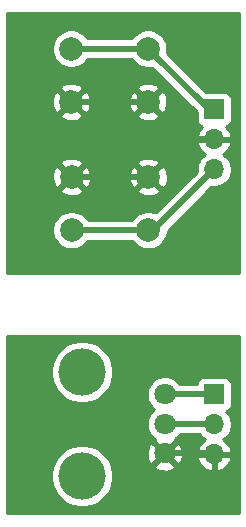
<source format=gbr>
G04 #@! TF.GenerationSoftware,KiCad,Pcbnew,(5.1.8)-1*
G04 #@! TF.CreationDate,2021-07-09T23:14:26+09:00*
G04 #@! TF.ProjectId,L3PSG6n9Side,4c335053-4736-46e3-9953-6964652e6b69,rev?*
G04 #@! TF.SameCoordinates,Original*
G04 #@! TF.FileFunction,Copper,L2,Bot*
G04 #@! TF.FilePolarity,Positive*
%FSLAX46Y46*%
G04 Gerber Fmt 4.6, Leading zero omitted, Abs format (unit mm)*
G04 Created by KiCad (PCBNEW (5.1.8)-1) date 2021-07-09 23:14:26*
%MOMM*%
%LPD*%
G01*
G04 APERTURE LIST*
G04 #@! TA.AperFunction,ComponentPad*
%ADD10C,2.000000*%
G04 #@! TD*
G04 #@! TA.AperFunction,ComponentPad*
%ADD11C,1.800000*%
G04 #@! TD*
G04 #@! TA.AperFunction,WasherPad*
%ADD12C,4.000000*%
G04 #@! TD*
G04 #@! TA.AperFunction,ComponentPad*
%ADD13R,1.700000X1.700000*%
G04 #@! TD*
G04 #@! TA.AperFunction,ComponentPad*
%ADD14O,1.700000X1.700000*%
G04 #@! TD*
G04 #@! TA.AperFunction,Conductor*
%ADD15C,0.500000*%
G04 #@! TD*
G04 #@! TA.AperFunction,Conductor*
%ADD16C,0.254000*%
G04 #@! TD*
G04 #@! TA.AperFunction,Conductor*
%ADD17C,0.100000*%
G04 #@! TD*
G04 APERTURE END LIST*
D10*
X70485000Y-87050000D03*
X70485000Y-82550000D03*
X76985000Y-87050000D03*
X76985000Y-82550000D03*
X76962000Y-71700000D03*
X76962000Y-76200000D03*
X70462000Y-71700000D03*
X70462000Y-76200000D03*
D11*
X78374000Y-105965000D03*
X78374000Y-103465000D03*
X78374000Y-100965000D03*
D12*
X71374000Y-107865000D03*
X71374000Y-99065000D03*
D13*
X82550000Y-100965000D03*
D14*
X82550000Y-103505000D03*
X82550000Y-106045000D03*
D13*
X82550000Y-76835000D03*
D14*
X82550000Y-79375000D03*
X82550000Y-81915000D03*
D15*
X70462000Y-71700000D02*
X76962000Y-71700000D01*
X82097000Y-76835000D02*
X82550000Y-76835000D01*
X76962000Y-71700000D02*
X82097000Y-76835000D01*
X70485000Y-82550000D02*
X76985000Y-82550000D01*
X70462000Y-76200000D02*
X76962000Y-76200000D01*
X80137000Y-79375000D02*
X82550000Y-79375000D01*
X76962000Y-76200000D02*
X80137000Y-79375000D01*
X80137000Y-79398000D02*
X80137000Y-79375000D01*
X76985000Y-82550000D02*
X80137000Y-79398000D01*
X77415000Y-87050000D02*
X76985000Y-87050000D01*
X82550000Y-81915000D02*
X77415000Y-87050000D01*
X70485000Y-87050000D02*
X76985000Y-87050000D01*
X78105000Y-100965000D02*
X82550000Y-100965000D01*
X82510000Y-103465000D02*
X82550000Y-103505000D01*
X78105000Y-103465000D02*
X82510000Y-103465000D01*
X82470000Y-105965000D02*
X82550000Y-106045000D01*
X78105000Y-105965000D02*
X82470000Y-105965000D01*
D16*
X84684001Y-90678000D02*
X65049000Y-90678000D01*
X65049000Y-86888967D01*
X68850000Y-86888967D01*
X68850000Y-87211033D01*
X68912832Y-87526912D01*
X69036082Y-87824463D01*
X69215013Y-88092252D01*
X69442748Y-88319987D01*
X69710537Y-88498918D01*
X70008088Y-88622168D01*
X70323967Y-88685000D01*
X70646033Y-88685000D01*
X70961912Y-88622168D01*
X71259463Y-88498918D01*
X71527252Y-88319987D01*
X71754987Y-88092252D01*
X71860059Y-87935000D01*
X75609941Y-87935000D01*
X75715013Y-88092252D01*
X75942748Y-88319987D01*
X76210537Y-88498918D01*
X76508088Y-88622168D01*
X76823967Y-88685000D01*
X77146033Y-88685000D01*
X77461912Y-88622168D01*
X77759463Y-88498918D01*
X78027252Y-88319987D01*
X78254987Y-88092252D01*
X78433918Y-87824463D01*
X78557168Y-87526912D01*
X78620000Y-87211033D01*
X78620000Y-87096578D01*
X82331040Y-83385539D01*
X82403740Y-83400000D01*
X82696260Y-83400000D01*
X82983158Y-83342932D01*
X83253411Y-83230990D01*
X83496632Y-83068475D01*
X83703475Y-82861632D01*
X83865990Y-82618411D01*
X83977932Y-82348158D01*
X84035000Y-82061260D01*
X84035000Y-81768740D01*
X83977932Y-81481842D01*
X83865990Y-81211589D01*
X83703475Y-80968368D01*
X83496632Y-80761525D01*
X83314466Y-80639805D01*
X83431355Y-80570178D01*
X83647588Y-80375269D01*
X83821641Y-80141920D01*
X83946825Y-79879099D01*
X83991476Y-79731890D01*
X83870155Y-79502000D01*
X82677000Y-79502000D01*
X82677000Y-79522000D01*
X82423000Y-79522000D01*
X82423000Y-79502000D01*
X81229845Y-79502000D01*
X81108524Y-79731890D01*
X81153175Y-79879099D01*
X81278359Y-80141920D01*
X81452412Y-80375269D01*
X81668645Y-80570178D01*
X81785534Y-80639805D01*
X81603368Y-80761525D01*
X81396525Y-80968368D01*
X81234010Y-81211589D01*
X81122068Y-81481842D01*
X81065000Y-81768740D01*
X81065000Y-82061260D01*
X81079461Y-82133960D01*
X77655431Y-85557991D01*
X77461912Y-85477832D01*
X77146033Y-85415000D01*
X76823967Y-85415000D01*
X76508088Y-85477832D01*
X76210537Y-85601082D01*
X75942748Y-85780013D01*
X75715013Y-86007748D01*
X75609941Y-86165000D01*
X71860059Y-86165000D01*
X71754987Y-86007748D01*
X71527252Y-85780013D01*
X71259463Y-85601082D01*
X70961912Y-85477832D01*
X70646033Y-85415000D01*
X70323967Y-85415000D01*
X70008088Y-85477832D01*
X69710537Y-85601082D01*
X69442748Y-85780013D01*
X69215013Y-86007748D01*
X69036082Y-86275537D01*
X68912832Y-86573088D01*
X68850000Y-86888967D01*
X65049000Y-86888967D01*
X65049000Y-83685413D01*
X69529192Y-83685413D01*
X69624956Y-83949814D01*
X69914571Y-84090704D01*
X70226108Y-84172384D01*
X70547595Y-84191718D01*
X70866675Y-84147961D01*
X71171088Y-84042795D01*
X71345044Y-83949814D01*
X71440808Y-83685413D01*
X76029192Y-83685413D01*
X76124956Y-83949814D01*
X76414571Y-84090704D01*
X76726108Y-84172384D01*
X77047595Y-84191718D01*
X77366675Y-84147961D01*
X77671088Y-84042795D01*
X77845044Y-83949814D01*
X77940808Y-83685413D01*
X76985000Y-82729605D01*
X76029192Y-83685413D01*
X71440808Y-83685413D01*
X70485000Y-82729605D01*
X69529192Y-83685413D01*
X65049000Y-83685413D01*
X65049000Y-82612595D01*
X68843282Y-82612595D01*
X68887039Y-82931675D01*
X68992205Y-83236088D01*
X69085186Y-83410044D01*
X69349587Y-83505808D01*
X70305395Y-82550000D01*
X70664605Y-82550000D01*
X71620413Y-83505808D01*
X71884814Y-83410044D01*
X72025704Y-83120429D01*
X72107384Y-82808892D01*
X72119189Y-82612595D01*
X75343282Y-82612595D01*
X75387039Y-82931675D01*
X75492205Y-83236088D01*
X75585186Y-83410044D01*
X75849587Y-83505808D01*
X76805395Y-82550000D01*
X77164605Y-82550000D01*
X78120413Y-83505808D01*
X78384814Y-83410044D01*
X78525704Y-83120429D01*
X78607384Y-82808892D01*
X78626718Y-82487405D01*
X78582961Y-82168325D01*
X78477795Y-81863912D01*
X78384814Y-81689956D01*
X78120413Y-81594192D01*
X77164605Y-82550000D01*
X76805395Y-82550000D01*
X75849587Y-81594192D01*
X75585186Y-81689956D01*
X75444296Y-81979571D01*
X75362616Y-82291108D01*
X75343282Y-82612595D01*
X72119189Y-82612595D01*
X72126718Y-82487405D01*
X72082961Y-82168325D01*
X71977795Y-81863912D01*
X71884814Y-81689956D01*
X71620413Y-81594192D01*
X70664605Y-82550000D01*
X70305395Y-82550000D01*
X69349587Y-81594192D01*
X69085186Y-81689956D01*
X68944296Y-81979571D01*
X68862616Y-82291108D01*
X68843282Y-82612595D01*
X65049000Y-82612595D01*
X65049000Y-81414587D01*
X69529192Y-81414587D01*
X70485000Y-82370395D01*
X71440808Y-81414587D01*
X76029192Y-81414587D01*
X76985000Y-82370395D01*
X77940808Y-81414587D01*
X77845044Y-81150186D01*
X77555429Y-81009296D01*
X77243892Y-80927616D01*
X76922405Y-80908282D01*
X76603325Y-80952039D01*
X76298912Y-81057205D01*
X76124956Y-81150186D01*
X76029192Y-81414587D01*
X71440808Y-81414587D01*
X71345044Y-81150186D01*
X71055429Y-81009296D01*
X70743892Y-80927616D01*
X70422405Y-80908282D01*
X70103325Y-80952039D01*
X69798912Y-81057205D01*
X69624956Y-81150186D01*
X69529192Y-81414587D01*
X65049000Y-81414587D01*
X65049000Y-77335413D01*
X69506192Y-77335413D01*
X69601956Y-77599814D01*
X69891571Y-77740704D01*
X70203108Y-77822384D01*
X70524595Y-77841718D01*
X70843675Y-77797961D01*
X71148088Y-77692795D01*
X71322044Y-77599814D01*
X71417808Y-77335413D01*
X76006192Y-77335413D01*
X76101956Y-77599814D01*
X76391571Y-77740704D01*
X76703108Y-77822384D01*
X77024595Y-77841718D01*
X77343675Y-77797961D01*
X77648088Y-77692795D01*
X77822044Y-77599814D01*
X77917808Y-77335413D01*
X76962000Y-76379605D01*
X76006192Y-77335413D01*
X71417808Y-77335413D01*
X70462000Y-76379605D01*
X69506192Y-77335413D01*
X65049000Y-77335413D01*
X65049000Y-76262595D01*
X68820282Y-76262595D01*
X68864039Y-76581675D01*
X68969205Y-76886088D01*
X69062186Y-77060044D01*
X69326587Y-77155808D01*
X70282395Y-76200000D01*
X70641605Y-76200000D01*
X71597413Y-77155808D01*
X71861814Y-77060044D01*
X72002704Y-76770429D01*
X72084384Y-76458892D01*
X72096189Y-76262595D01*
X75320282Y-76262595D01*
X75364039Y-76581675D01*
X75469205Y-76886088D01*
X75562186Y-77060044D01*
X75826587Y-77155808D01*
X76782395Y-76200000D01*
X77141605Y-76200000D01*
X78097413Y-77155808D01*
X78361814Y-77060044D01*
X78502704Y-76770429D01*
X78584384Y-76458892D01*
X78603718Y-76137405D01*
X78559961Y-75818325D01*
X78454795Y-75513912D01*
X78361814Y-75339956D01*
X78097413Y-75244192D01*
X77141605Y-76200000D01*
X76782395Y-76200000D01*
X75826587Y-75244192D01*
X75562186Y-75339956D01*
X75421296Y-75629571D01*
X75339616Y-75941108D01*
X75320282Y-76262595D01*
X72096189Y-76262595D01*
X72103718Y-76137405D01*
X72059961Y-75818325D01*
X71954795Y-75513912D01*
X71861814Y-75339956D01*
X71597413Y-75244192D01*
X70641605Y-76200000D01*
X70282395Y-76200000D01*
X69326587Y-75244192D01*
X69062186Y-75339956D01*
X68921296Y-75629571D01*
X68839616Y-75941108D01*
X68820282Y-76262595D01*
X65049000Y-76262595D01*
X65049000Y-75064587D01*
X69506192Y-75064587D01*
X70462000Y-76020395D01*
X71417808Y-75064587D01*
X76006192Y-75064587D01*
X76962000Y-76020395D01*
X77917808Y-75064587D01*
X77822044Y-74800186D01*
X77532429Y-74659296D01*
X77220892Y-74577616D01*
X76899405Y-74558282D01*
X76580325Y-74602039D01*
X76275912Y-74707205D01*
X76101956Y-74800186D01*
X76006192Y-75064587D01*
X71417808Y-75064587D01*
X71322044Y-74800186D01*
X71032429Y-74659296D01*
X70720892Y-74577616D01*
X70399405Y-74558282D01*
X70080325Y-74602039D01*
X69775912Y-74707205D01*
X69601956Y-74800186D01*
X69506192Y-75064587D01*
X65049000Y-75064587D01*
X65049000Y-71538967D01*
X68827000Y-71538967D01*
X68827000Y-71861033D01*
X68889832Y-72176912D01*
X69013082Y-72474463D01*
X69192013Y-72742252D01*
X69419748Y-72969987D01*
X69687537Y-73148918D01*
X69985088Y-73272168D01*
X70300967Y-73335000D01*
X70623033Y-73335000D01*
X70938912Y-73272168D01*
X71236463Y-73148918D01*
X71504252Y-72969987D01*
X71731987Y-72742252D01*
X71837059Y-72585000D01*
X75586941Y-72585000D01*
X75692013Y-72742252D01*
X75919748Y-72969987D01*
X76187537Y-73148918D01*
X76485088Y-73272168D01*
X76800967Y-73335000D01*
X77123033Y-73335000D01*
X77308525Y-73298103D01*
X81061928Y-77051507D01*
X81061928Y-77685000D01*
X81074188Y-77809482D01*
X81110498Y-77929180D01*
X81169463Y-78039494D01*
X81248815Y-78136185D01*
X81345506Y-78215537D01*
X81455820Y-78274502D01*
X81536466Y-78298966D01*
X81452412Y-78374731D01*
X81278359Y-78608080D01*
X81153175Y-78870901D01*
X81108524Y-79018110D01*
X81229845Y-79248000D01*
X82423000Y-79248000D01*
X82423000Y-79228000D01*
X82677000Y-79228000D01*
X82677000Y-79248000D01*
X83870155Y-79248000D01*
X83991476Y-79018110D01*
X83946825Y-78870901D01*
X83821641Y-78608080D01*
X83647588Y-78374731D01*
X83563534Y-78298966D01*
X83644180Y-78274502D01*
X83754494Y-78215537D01*
X83851185Y-78136185D01*
X83930537Y-78039494D01*
X83989502Y-77929180D01*
X84025812Y-77809482D01*
X84038072Y-77685000D01*
X84038072Y-75985000D01*
X84025812Y-75860518D01*
X83989502Y-75740820D01*
X83930537Y-75630506D01*
X83851185Y-75533815D01*
X83754494Y-75454463D01*
X83644180Y-75395498D01*
X83524482Y-75359188D01*
X83400000Y-75346928D01*
X81860507Y-75346928D01*
X78560103Y-72046525D01*
X78597000Y-71861033D01*
X78597000Y-71538967D01*
X78534168Y-71223088D01*
X78410918Y-70925537D01*
X78231987Y-70657748D01*
X78004252Y-70430013D01*
X77736463Y-70251082D01*
X77438912Y-70127832D01*
X77123033Y-70065000D01*
X76800967Y-70065000D01*
X76485088Y-70127832D01*
X76187537Y-70251082D01*
X75919748Y-70430013D01*
X75692013Y-70657748D01*
X75586941Y-70815000D01*
X71837059Y-70815000D01*
X71731987Y-70657748D01*
X71504252Y-70430013D01*
X71236463Y-70251082D01*
X70938912Y-70127832D01*
X70623033Y-70065000D01*
X70300967Y-70065000D01*
X69985088Y-70127832D01*
X69687537Y-70251082D01*
X69419748Y-70430013D01*
X69192013Y-70657748D01*
X69013082Y-70925537D01*
X68889832Y-71223088D01*
X68827000Y-71538967D01*
X65049000Y-71538967D01*
X65049000Y-68707000D01*
X84684001Y-68707000D01*
X84684001Y-90678000D01*
G04 #@! TA.AperFunction,Conductor*
D17*
G36*
X84684001Y-90678000D02*
G01*
X65049000Y-90678000D01*
X65049000Y-86888967D01*
X68850000Y-86888967D01*
X68850000Y-87211033D01*
X68912832Y-87526912D01*
X69036082Y-87824463D01*
X69215013Y-88092252D01*
X69442748Y-88319987D01*
X69710537Y-88498918D01*
X70008088Y-88622168D01*
X70323967Y-88685000D01*
X70646033Y-88685000D01*
X70961912Y-88622168D01*
X71259463Y-88498918D01*
X71527252Y-88319987D01*
X71754987Y-88092252D01*
X71860059Y-87935000D01*
X75609941Y-87935000D01*
X75715013Y-88092252D01*
X75942748Y-88319987D01*
X76210537Y-88498918D01*
X76508088Y-88622168D01*
X76823967Y-88685000D01*
X77146033Y-88685000D01*
X77461912Y-88622168D01*
X77759463Y-88498918D01*
X78027252Y-88319987D01*
X78254987Y-88092252D01*
X78433918Y-87824463D01*
X78557168Y-87526912D01*
X78620000Y-87211033D01*
X78620000Y-87096578D01*
X82331040Y-83385539D01*
X82403740Y-83400000D01*
X82696260Y-83400000D01*
X82983158Y-83342932D01*
X83253411Y-83230990D01*
X83496632Y-83068475D01*
X83703475Y-82861632D01*
X83865990Y-82618411D01*
X83977932Y-82348158D01*
X84035000Y-82061260D01*
X84035000Y-81768740D01*
X83977932Y-81481842D01*
X83865990Y-81211589D01*
X83703475Y-80968368D01*
X83496632Y-80761525D01*
X83314466Y-80639805D01*
X83431355Y-80570178D01*
X83647588Y-80375269D01*
X83821641Y-80141920D01*
X83946825Y-79879099D01*
X83991476Y-79731890D01*
X83870155Y-79502000D01*
X82677000Y-79502000D01*
X82677000Y-79522000D01*
X82423000Y-79522000D01*
X82423000Y-79502000D01*
X81229845Y-79502000D01*
X81108524Y-79731890D01*
X81153175Y-79879099D01*
X81278359Y-80141920D01*
X81452412Y-80375269D01*
X81668645Y-80570178D01*
X81785534Y-80639805D01*
X81603368Y-80761525D01*
X81396525Y-80968368D01*
X81234010Y-81211589D01*
X81122068Y-81481842D01*
X81065000Y-81768740D01*
X81065000Y-82061260D01*
X81079461Y-82133960D01*
X77655431Y-85557991D01*
X77461912Y-85477832D01*
X77146033Y-85415000D01*
X76823967Y-85415000D01*
X76508088Y-85477832D01*
X76210537Y-85601082D01*
X75942748Y-85780013D01*
X75715013Y-86007748D01*
X75609941Y-86165000D01*
X71860059Y-86165000D01*
X71754987Y-86007748D01*
X71527252Y-85780013D01*
X71259463Y-85601082D01*
X70961912Y-85477832D01*
X70646033Y-85415000D01*
X70323967Y-85415000D01*
X70008088Y-85477832D01*
X69710537Y-85601082D01*
X69442748Y-85780013D01*
X69215013Y-86007748D01*
X69036082Y-86275537D01*
X68912832Y-86573088D01*
X68850000Y-86888967D01*
X65049000Y-86888967D01*
X65049000Y-83685413D01*
X69529192Y-83685413D01*
X69624956Y-83949814D01*
X69914571Y-84090704D01*
X70226108Y-84172384D01*
X70547595Y-84191718D01*
X70866675Y-84147961D01*
X71171088Y-84042795D01*
X71345044Y-83949814D01*
X71440808Y-83685413D01*
X76029192Y-83685413D01*
X76124956Y-83949814D01*
X76414571Y-84090704D01*
X76726108Y-84172384D01*
X77047595Y-84191718D01*
X77366675Y-84147961D01*
X77671088Y-84042795D01*
X77845044Y-83949814D01*
X77940808Y-83685413D01*
X76985000Y-82729605D01*
X76029192Y-83685413D01*
X71440808Y-83685413D01*
X70485000Y-82729605D01*
X69529192Y-83685413D01*
X65049000Y-83685413D01*
X65049000Y-82612595D01*
X68843282Y-82612595D01*
X68887039Y-82931675D01*
X68992205Y-83236088D01*
X69085186Y-83410044D01*
X69349587Y-83505808D01*
X70305395Y-82550000D01*
X70664605Y-82550000D01*
X71620413Y-83505808D01*
X71884814Y-83410044D01*
X72025704Y-83120429D01*
X72107384Y-82808892D01*
X72119189Y-82612595D01*
X75343282Y-82612595D01*
X75387039Y-82931675D01*
X75492205Y-83236088D01*
X75585186Y-83410044D01*
X75849587Y-83505808D01*
X76805395Y-82550000D01*
X77164605Y-82550000D01*
X78120413Y-83505808D01*
X78384814Y-83410044D01*
X78525704Y-83120429D01*
X78607384Y-82808892D01*
X78626718Y-82487405D01*
X78582961Y-82168325D01*
X78477795Y-81863912D01*
X78384814Y-81689956D01*
X78120413Y-81594192D01*
X77164605Y-82550000D01*
X76805395Y-82550000D01*
X75849587Y-81594192D01*
X75585186Y-81689956D01*
X75444296Y-81979571D01*
X75362616Y-82291108D01*
X75343282Y-82612595D01*
X72119189Y-82612595D01*
X72126718Y-82487405D01*
X72082961Y-82168325D01*
X71977795Y-81863912D01*
X71884814Y-81689956D01*
X71620413Y-81594192D01*
X70664605Y-82550000D01*
X70305395Y-82550000D01*
X69349587Y-81594192D01*
X69085186Y-81689956D01*
X68944296Y-81979571D01*
X68862616Y-82291108D01*
X68843282Y-82612595D01*
X65049000Y-82612595D01*
X65049000Y-81414587D01*
X69529192Y-81414587D01*
X70485000Y-82370395D01*
X71440808Y-81414587D01*
X76029192Y-81414587D01*
X76985000Y-82370395D01*
X77940808Y-81414587D01*
X77845044Y-81150186D01*
X77555429Y-81009296D01*
X77243892Y-80927616D01*
X76922405Y-80908282D01*
X76603325Y-80952039D01*
X76298912Y-81057205D01*
X76124956Y-81150186D01*
X76029192Y-81414587D01*
X71440808Y-81414587D01*
X71345044Y-81150186D01*
X71055429Y-81009296D01*
X70743892Y-80927616D01*
X70422405Y-80908282D01*
X70103325Y-80952039D01*
X69798912Y-81057205D01*
X69624956Y-81150186D01*
X69529192Y-81414587D01*
X65049000Y-81414587D01*
X65049000Y-77335413D01*
X69506192Y-77335413D01*
X69601956Y-77599814D01*
X69891571Y-77740704D01*
X70203108Y-77822384D01*
X70524595Y-77841718D01*
X70843675Y-77797961D01*
X71148088Y-77692795D01*
X71322044Y-77599814D01*
X71417808Y-77335413D01*
X76006192Y-77335413D01*
X76101956Y-77599814D01*
X76391571Y-77740704D01*
X76703108Y-77822384D01*
X77024595Y-77841718D01*
X77343675Y-77797961D01*
X77648088Y-77692795D01*
X77822044Y-77599814D01*
X77917808Y-77335413D01*
X76962000Y-76379605D01*
X76006192Y-77335413D01*
X71417808Y-77335413D01*
X70462000Y-76379605D01*
X69506192Y-77335413D01*
X65049000Y-77335413D01*
X65049000Y-76262595D01*
X68820282Y-76262595D01*
X68864039Y-76581675D01*
X68969205Y-76886088D01*
X69062186Y-77060044D01*
X69326587Y-77155808D01*
X70282395Y-76200000D01*
X70641605Y-76200000D01*
X71597413Y-77155808D01*
X71861814Y-77060044D01*
X72002704Y-76770429D01*
X72084384Y-76458892D01*
X72096189Y-76262595D01*
X75320282Y-76262595D01*
X75364039Y-76581675D01*
X75469205Y-76886088D01*
X75562186Y-77060044D01*
X75826587Y-77155808D01*
X76782395Y-76200000D01*
X77141605Y-76200000D01*
X78097413Y-77155808D01*
X78361814Y-77060044D01*
X78502704Y-76770429D01*
X78584384Y-76458892D01*
X78603718Y-76137405D01*
X78559961Y-75818325D01*
X78454795Y-75513912D01*
X78361814Y-75339956D01*
X78097413Y-75244192D01*
X77141605Y-76200000D01*
X76782395Y-76200000D01*
X75826587Y-75244192D01*
X75562186Y-75339956D01*
X75421296Y-75629571D01*
X75339616Y-75941108D01*
X75320282Y-76262595D01*
X72096189Y-76262595D01*
X72103718Y-76137405D01*
X72059961Y-75818325D01*
X71954795Y-75513912D01*
X71861814Y-75339956D01*
X71597413Y-75244192D01*
X70641605Y-76200000D01*
X70282395Y-76200000D01*
X69326587Y-75244192D01*
X69062186Y-75339956D01*
X68921296Y-75629571D01*
X68839616Y-75941108D01*
X68820282Y-76262595D01*
X65049000Y-76262595D01*
X65049000Y-75064587D01*
X69506192Y-75064587D01*
X70462000Y-76020395D01*
X71417808Y-75064587D01*
X76006192Y-75064587D01*
X76962000Y-76020395D01*
X77917808Y-75064587D01*
X77822044Y-74800186D01*
X77532429Y-74659296D01*
X77220892Y-74577616D01*
X76899405Y-74558282D01*
X76580325Y-74602039D01*
X76275912Y-74707205D01*
X76101956Y-74800186D01*
X76006192Y-75064587D01*
X71417808Y-75064587D01*
X71322044Y-74800186D01*
X71032429Y-74659296D01*
X70720892Y-74577616D01*
X70399405Y-74558282D01*
X70080325Y-74602039D01*
X69775912Y-74707205D01*
X69601956Y-74800186D01*
X69506192Y-75064587D01*
X65049000Y-75064587D01*
X65049000Y-71538967D01*
X68827000Y-71538967D01*
X68827000Y-71861033D01*
X68889832Y-72176912D01*
X69013082Y-72474463D01*
X69192013Y-72742252D01*
X69419748Y-72969987D01*
X69687537Y-73148918D01*
X69985088Y-73272168D01*
X70300967Y-73335000D01*
X70623033Y-73335000D01*
X70938912Y-73272168D01*
X71236463Y-73148918D01*
X71504252Y-72969987D01*
X71731987Y-72742252D01*
X71837059Y-72585000D01*
X75586941Y-72585000D01*
X75692013Y-72742252D01*
X75919748Y-72969987D01*
X76187537Y-73148918D01*
X76485088Y-73272168D01*
X76800967Y-73335000D01*
X77123033Y-73335000D01*
X77308525Y-73298103D01*
X81061928Y-77051507D01*
X81061928Y-77685000D01*
X81074188Y-77809482D01*
X81110498Y-77929180D01*
X81169463Y-78039494D01*
X81248815Y-78136185D01*
X81345506Y-78215537D01*
X81455820Y-78274502D01*
X81536466Y-78298966D01*
X81452412Y-78374731D01*
X81278359Y-78608080D01*
X81153175Y-78870901D01*
X81108524Y-79018110D01*
X81229845Y-79248000D01*
X82423000Y-79248000D01*
X82423000Y-79228000D01*
X82677000Y-79228000D01*
X82677000Y-79248000D01*
X83870155Y-79248000D01*
X83991476Y-79018110D01*
X83946825Y-78870901D01*
X83821641Y-78608080D01*
X83647588Y-78374731D01*
X83563534Y-78298966D01*
X83644180Y-78274502D01*
X83754494Y-78215537D01*
X83851185Y-78136185D01*
X83930537Y-78039494D01*
X83989502Y-77929180D01*
X84025812Y-77809482D01*
X84038072Y-77685000D01*
X84038072Y-75985000D01*
X84025812Y-75860518D01*
X83989502Y-75740820D01*
X83930537Y-75630506D01*
X83851185Y-75533815D01*
X83754494Y-75454463D01*
X83644180Y-75395498D01*
X83524482Y-75359188D01*
X83400000Y-75346928D01*
X81860507Y-75346928D01*
X78560103Y-72046525D01*
X78597000Y-71861033D01*
X78597000Y-71538967D01*
X78534168Y-71223088D01*
X78410918Y-70925537D01*
X78231987Y-70657748D01*
X78004252Y-70430013D01*
X77736463Y-70251082D01*
X77438912Y-70127832D01*
X77123033Y-70065000D01*
X76800967Y-70065000D01*
X76485088Y-70127832D01*
X76187537Y-70251082D01*
X75919748Y-70430013D01*
X75692013Y-70657748D01*
X75586941Y-70815000D01*
X71837059Y-70815000D01*
X71731987Y-70657748D01*
X71504252Y-70430013D01*
X71236463Y-70251082D01*
X70938912Y-70127832D01*
X70623033Y-70065000D01*
X70300967Y-70065000D01*
X69985088Y-70127832D01*
X69687537Y-70251082D01*
X69419748Y-70430013D01*
X69192013Y-70657748D01*
X69013082Y-70925537D01*
X68889832Y-71223088D01*
X68827000Y-71538967D01*
X65049000Y-71538967D01*
X65049000Y-68707000D01*
X84684001Y-68707000D01*
X84684001Y-90678000D01*
G37*
G04 #@! TD.AperFunction*
D16*
X84684000Y-110998000D02*
X65049000Y-110998000D01*
X65049000Y-107605475D01*
X68739000Y-107605475D01*
X68739000Y-108124525D01*
X68840261Y-108633601D01*
X69038893Y-109113141D01*
X69327262Y-109544715D01*
X69694285Y-109911738D01*
X70125859Y-110200107D01*
X70605399Y-110398739D01*
X71114475Y-110500000D01*
X71633525Y-110500000D01*
X72142601Y-110398739D01*
X72622141Y-110200107D01*
X73053715Y-109911738D01*
X73420738Y-109544715D01*
X73709107Y-109113141D01*
X73907739Y-108633601D01*
X74009000Y-108124525D01*
X74009000Y-107605475D01*
X73907739Y-107096399D01*
X73879855Y-107029080D01*
X77489525Y-107029080D01*
X77573208Y-107283261D01*
X77845775Y-107414158D01*
X78138642Y-107489365D01*
X78440553Y-107505991D01*
X78739907Y-107463397D01*
X79025199Y-107363222D01*
X79174792Y-107283261D01*
X79258475Y-107029080D01*
X78374000Y-106144605D01*
X77489525Y-107029080D01*
X73879855Y-107029080D01*
X73709107Y-106616859D01*
X73420738Y-106185285D01*
X73267006Y-106031553D01*
X76833009Y-106031553D01*
X76875603Y-106330907D01*
X76975778Y-106616199D01*
X77055739Y-106765792D01*
X77309920Y-106849475D01*
X78194395Y-105965000D01*
X78553605Y-105965000D01*
X79438080Y-106849475D01*
X79692261Y-106765792D01*
X79823158Y-106493225D01*
X79846612Y-106401890D01*
X81108524Y-106401890D01*
X81153175Y-106549099D01*
X81278359Y-106811920D01*
X81452412Y-107045269D01*
X81668645Y-107240178D01*
X81918748Y-107389157D01*
X82193109Y-107486481D01*
X82423000Y-107365814D01*
X82423000Y-106172000D01*
X82677000Y-106172000D01*
X82677000Y-107365814D01*
X82906891Y-107486481D01*
X83181252Y-107389157D01*
X83431355Y-107240178D01*
X83647588Y-107045269D01*
X83821641Y-106811920D01*
X83946825Y-106549099D01*
X83991476Y-106401890D01*
X83870155Y-106172000D01*
X82677000Y-106172000D01*
X82423000Y-106172000D01*
X81229845Y-106172000D01*
X81108524Y-106401890D01*
X79846612Y-106401890D01*
X79898365Y-106200358D01*
X79914991Y-105898447D01*
X79872397Y-105599093D01*
X79772222Y-105313801D01*
X79692261Y-105164208D01*
X79438080Y-105080525D01*
X78553605Y-105965000D01*
X78194395Y-105965000D01*
X77309920Y-105080525D01*
X77055739Y-105164208D01*
X76924842Y-105436775D01*
X76849635Y-105729642D01*
X76833009Y-106031553D01*
X73267006Y-106031553D01*
X73053715Y-105818262D01*
X72622141Y-105529893D01*
X72142601Y-105331261D01*
X71633525Y-105230000D01*
X71114475Y-105230000D01*
X70605399Y-105331261D01*
X70125859Y-105529893D01*
X69694285Y-105818262D01*
X69327262Y-106185285D01*
X69038893Y-106616859D01*
X68840261Y-107096399D01*
X68739000Y-107605475D01*
X65049000Y-107605475D01*
X65049000Y-98805475D01*
X68739000Y-98805475D01*
X68739000Y-99324525D01*
X68840261Y-99833601D01*
X69038893Y-100313141D01*
X69327262Y-100744715D01*
X69694285Y-101111738D01*
X70125859Y-101400107D01*
X70605399Y-101598739D01*
X71114475Y-101700000D01*
X71633525Y-101700000D01*
X72142601Y-101598739D01*
X72622141Y-101400107D01*
X73053715Y-101111738D01*
X73351637Y-100813816D01*
X76839000Y-100813816D01*
X76839000Y-101116184D01*
X76897989Y-101412743D01*
X77013701Y-101692095D01*
X77181688Y-101943505D01*
X77395495Y-102157312D01*
X77481831Y-102215000D01*
X77395495Y-102272688D01*
X77181688Y-102486495D01*
X77013701Y-102737905D01*
X76897989Y-103017257D01*
X76839000Y-103313816D01*
X76839000Y-103616184D01*
X76897989Y-103912743D01*
X77013701Y-104192095D01*
X77181688Y-104443505D01*
X77395495Y-104657312D01*
X77538310Y-104752738D01*
X77489525Y-104900920D01*
X78374000Y-105785395D01*
X79258475Y-104900920D01*
X79209690Y-104752738D01*
X79352505Y-104657312D01*
X79566312Y-104443505D01*
X79628790Y-104350000D01*
X81328617Y-104350000D01*
X81396525Y-104451632D01*
X81603368Y-104658475D01*
X81785534Y-104780195D01*
X81668645Y-104849822D01*
X81452412Y-105044731D01*
X81278359Y-105278080D01*
X81153175Y-105540901D01*
X81108524Y-105688110D01*
X81229845Y-105918000D01*
X82423000Y-105918000D01*
X82423000Y-105898000D01*
X82677000Y-105898000D01*
X82677000Y-105918000D01*
X83870155Y-105918000D01*
X83991476Y-105688110D01*
X83946825Y-105540901D01*
X83821641Y-105278080D01*
X83647588Y-105044731D01*
X83431355Y-104849822D01*
X83314466Y-104780195D01*
X83496632Y-104658475D01*
X83703475Y-104451632D01*
X83865990Y-104208411D01*
X83977932Y-103938158D01*
X84035000Y-103651260D01*
X84035000Y-103358740D01*
X83977932Y-103071842D01*
X83865990Y-102801589D01*
X83703475Y-102558368D01*
X83571620Y-102426513D01*
X83644180Y-102404502D01*
X83754494Y-102345537D01*
X83851185Y-102266185D01*
X83930537Y-102169494D01*
X83989502Y-102059180D01*
X84025812Y-101939482D01*
X84038072Y-101815000D01*
X84038072Y-100115000D01*
X84025812Y-99990518D01*
X83989502Y-99870820D01*
X83930537Y-99760506D01*
X83851185Y-99663815D01*
X83754494Y-99584463D01*
X83644180Y-99525498D01*
X83524482Y-99489188D01*
X83400000Y-99476928D01*
X81700000Y-99476928D01*
X81575518Y-99489188D01*
X81455820Y-99525498D01*
X81345506Y-99584463D01*
X81248815Y-99663815D01*
X81169463Y-99760506D01*
X81110498Y-99870820D01*
X81074188Y-99990518D01*
X81065375Y-100080000D01*
X79628790Y-100080000D01*
X79566312Y-99986495D01*
X79352505Y-99772688D01*
X79101095Y-99604701D01*
X78821743Y-99488989D01*
X78525184Y-99430000D01*
X78222816Y-99430000D01*
X77926257Y-99488989D01*
X77646905Y-99604701D01*
X77395495Y-99772688D01*
X77181688Y-99986495D01*
X77013701Y-100237905D01*
X76897989Y-100517257D01*
X76839000Y-100813816D01*
X73351637Y-100813816D01*
X73420738Y-100744715D01*
X73709107Y-100313141D01*
X73907739Y-99833601D01*
X74009000Y-99324525D01*
X74009000Y-98805475D01*
X73907739Y-98296399D01*
X73709107Y-97816859D01*
X73420738Y-97385285D01*
X73053715Y-97018262D01*
X72622141Y-96729893D01*
X72142601Y-96531261D01*
X71633525Y-96430000D01*
X71114475Y-96430000D01*
X70605399Y-96531261D01*
X70125859Y-96729893D01*
X69694285Y-97018262D01*
X69327262Y-97385285D01*
X69038893Y-97816859D01*
X68840261Y-98296399D01*
X68739000Y-98805475D01*
X65049000Y-98805475D01*
X65049000Y-96012000D01*
X84684000Y-96012000D01*
X84684000Y-110998000D01*
G04 #@! TA.AperFunction,Conductor*
D17*
G36*
X84684000Y-110998000D02*
G01*
X65049000Y-110998000D01*
X65049000Y-107605475D01*
X68739000Y-107605475D01*
X68739000Y-108124525D01*
X68840261Y-108633601D01*
X69038893Y-109113141D01*
X69327262Y-109544715D01*
X69694285Y-109911738D01*
X70125859Y-110200107D01*
X70605399Y-110398739D01*
X71114475Y-110500000D01*
X71633525Y-110500000D01*
X72142601Y-110398739D01*
X72622141Y-110200107D01*
X73053715Y-109911738D01*
X73420738Y-109544715D01*
X73709107Y-109113141D01*
X73907739Y-108633601D01*
X74009000Y-108124525D01*
X74009000Y-107605475D01*
X73907739Y-107096399D01*
X73879855Y-107029080D01*
X77489525Y-107029080D01*
X77573208Y-107283261D01*
X77845775Y-107414158D01*
X78138642Y-107489365D01*
X78440553Y-107505991D01*
X78739907Y-107463397D01*
X79025199Y-107363222D01*
X79174792Y-107283261D01*
X79258475Y-107029080D01*
X78374000Y-106144605D01*
X77489525Y-107029080D01*
X73879855Y-107029080D01*
X73709107Y-106616859D01*
X73420738Y-106185285D01*
X73267006Y-106031553D01*
X76833009Y-106031553D01*
X76875603Y-106330907D01*
X76975778Y-106616199D01*
X77055739Y-106765792D01*
X77309920Y-106849475D01*
X78194395Y-105965000D01*
X78553605Y-105965000D01*
X79438080Y-106849475D01*
X79692261Y-106765792D01*
X79823158Y-106493225D01*
X79846612Y-106401890D01*
X81108524Y-106401890D01*
X81153175Y-106549099D01*
X81278359Y-106811920D01*
X81452412Y-107045269D01*
X81668645Y-107240178D01*
X81918748Y-107389157D01*
X82193109Y-107486481D01*
X82423000Y-107365814D01*
X82423000Y-106172000D01*
X82677000Y-106172000D01*
X82677000Y-107365814D01*
X82906891Y-107486481D01*
X83181252Y-107389157D01*
X83431355Y-107240178D01*
X83647588Y-107045269D01*
X83821641Y-106811920D01*
X83946825Y-106549099D01*
X83991476Y-106401890D01*
X83870155Y-106172000D01*
X82677000Y-106172000D01*
X82423000Y-106172000D01*
X81229845Y-106172000D01*
X81108524Y-106401890D01*
X79846612Y-106401890D01*
X79898365Y-106200358D01*
X79914991Y-105898447D01*
X79872397Y-105599093D01*
X79772222Y-105313801D01*
X79692261Y-105164208D01*
X79438080Y-105080525D01*
X78553605Y-105965000D01*
X78194395Y-105965000D01*
X77309920Y-105080525D01*
X77055739Y-105164208D01*
X76924842Y-105436775D01*
X76849635Y-105729642D01*
X76833009Y-106031553D01*
X73267006Y-106031553D01*
X73053715Y-105818262D01*
X72622141Y-105529893D01*
X72142601Y-105331261D01*
X71633525Y-105230000D01*
X71114475Y-105230000D01*
X70605399Y-105331261D01*
X70125859Y-105529893D01*
X69694285Y-105818262D01*
X69327262Y-106185285D01*
X69038893Y-106616859D01*
X68840261Y-107096399D01*
X68739000Y-107605475D01*
X65049000Y-107605475D01*
X65049000Y-98805475D01*
X68739000Y-98805475D01*
X68739000Y-99324525D01*
X68840261Y-99833601D01*
X69038893Y-100313141D01*
X69327262Y-100744715D01*
X69694285Y-101111738D01*
X70125859Y-101400107D01*
X70605399Y-101598739D01*
X71114475Y-101700000D01*
X71633525Y-101700000D01*
X72142601Y-101598739D01*
X72622141Y-101400107D01*
X73053715Y-101111738D01*
X73351637Y-100813816D01*
X76839000Y-100813816D01*
X76839000Y-101116184D01*
X76897989Y-101412743D01*
X77013701Y-101692095D01*
X77181688Y-101943505D01*
X77395495Y-102157312D01*
X77481831Y-102215000D01*
X77395495Y-102272688D01*
X77181688Y-102486495D01*
X77013701Y-102737905D01*
X76897989Y-103017257D01*
X76839000Y-103313816D01*
X76839000Y-103616184D01*
X76897989Y-103912743D01*
X77013701Y-104192095D01*
X77181688Y-104443505D01*
X77395495Y-104657312D01*
X77538310Y-104752738D01*
X77489525Y-104900920D01*
X78374000Y-105785395D01*
X79258475Y-104900920D01*
X79209690Y-104752738D01*
X79352505Y-104657312D01*
X79566312Y-104443505D01*
X79628790Y-104350000D01*
X81328617Y-104350000D01*
X81396525Y-104451632D01*
X81603368Y-104658475D01*
X81785534Y-104780195D01*
X81668645Y-104849822D01*
X81452412Y-105044731D01*
X81278359Y-105278080D01*
X81153175Y-105540901D01*
X81108524Y-105688110D01*
X81229845Y-105918000D01*
X82423000Y-105918000D01*
X82423000Y-105898000D01*
X82677000Y-105898000D01*
X82677000Y-105918000D01*
X83870155Y-105918000D01*
X83991476Y-105688110D01*
X83946825Y-105540901D01*
X83821641Y-105278080D01*
X83647588Y-105044731D01*
X83431355Y-104849822D01*
X83314466Y-104780195D01*
X83496632Y-104658475D01*
X83703475Y-104451632D01*
X83865990Y-104208411D01*
X83977932Y-103938158D01*
X84035000Y-103651260D01*
X84035000Y-103358740D01*
X83977932Y-103071842D01*
X83865990Y-102801589D01*
X83703475Y-102558368D01*
X83571620Y-102426513D01*
X83644180Y-102404502D01*
X83754494Y-102345537D01*
X83851185Y-102266185D01*
X83930537Y-102169494D01*
X83989502Y-102059180D01*
X84025812Y-101939482D01*
X84038072Y-101815000D01*
X84038072Y-100115000D01*
X84025812Y-99990518D01*
X83989502Y-99870820D01*
X83930537Y-99760506D01*
X83851185Y-99663815D01*
X83754494Y-99584463D01*
X83644180Y-99525498D01*
X83524482Y-99489188D01*
X83400000Y-99476928D01*
X81700000Y-99476928D01*
X81575518Y-99489188D01*
X81455820Y-99525498D01*
X81345506Y-99584463D01*
X81248815Y-99663815D01*
X81169463Y-99760506D01*
X81110498Y-99870820D01*
X81074188Y-99990518D01*
X81065375Y-100080000D01*
X79628790Y-100080000D01*
X79566312Y-99986495D01*
X79352505Y-99772688D01*
X79101095Y-99604701D01*
X78821743Y-99488989D01*
X78525184Y-99430000D01*
X78222816Y-99430000D01*
X77926257Y-99488989D01*
X77646905Y-99604701D01*
X77395495Y-99772688D01*
X77181688Y-99986495D01*
X77013701Y-100237905D01*
X76897989Y-100517257D01*
X76839000Y-100813816D01*
X73351637Y-100813816D01*
X73420738Y-100744715D01*
X73709107Y-100313141D01*
X73907739Y-99833601D01*
X74009000Y-99324525D01*
X74009000Y-98805475D01*
X73907739Y-98296399D01*
X73709107Y-97816859D01*
X73420738Y-97385285D01*
X73053715Y-97018262D01*
X72622141Y-96729893D01*
X72142601Y-96531261D01*
X71633525Y-96430000D01*
X71114475Y-96430000D01*
X70605399Y-96531261D01*
X70125859Y-96729893D01*
X69694285Y-97018262D01*
X69327262Y-97385285D01*
X69038893Y-97816859D01*
X68840261Y-98296399D01*
X68739000Y-98805475D01*
X65049000Y-98805475D01*
X65049000Y-96012000D01*
X84684000Y-96012000D01*
X84684000Y-110998000D01*
G37*
G04 #@! TD.AperFunction*
M02*

</source>
